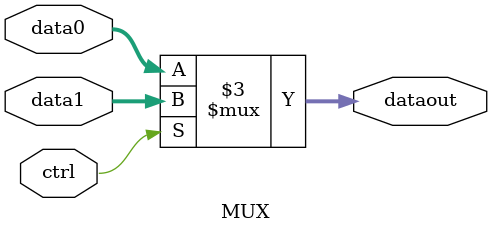
<source format=v>
`timescale 1ns / 1ps

module MUX(
    input [31:0] data0,
    input [31:0] data1,
    input ctrl,
    output reg [31:0] dataout
);

always@(*) begin
    if(ctrl)
        dataout = data1;
    else
        dataout = data0;
end

endmodule
</source>
